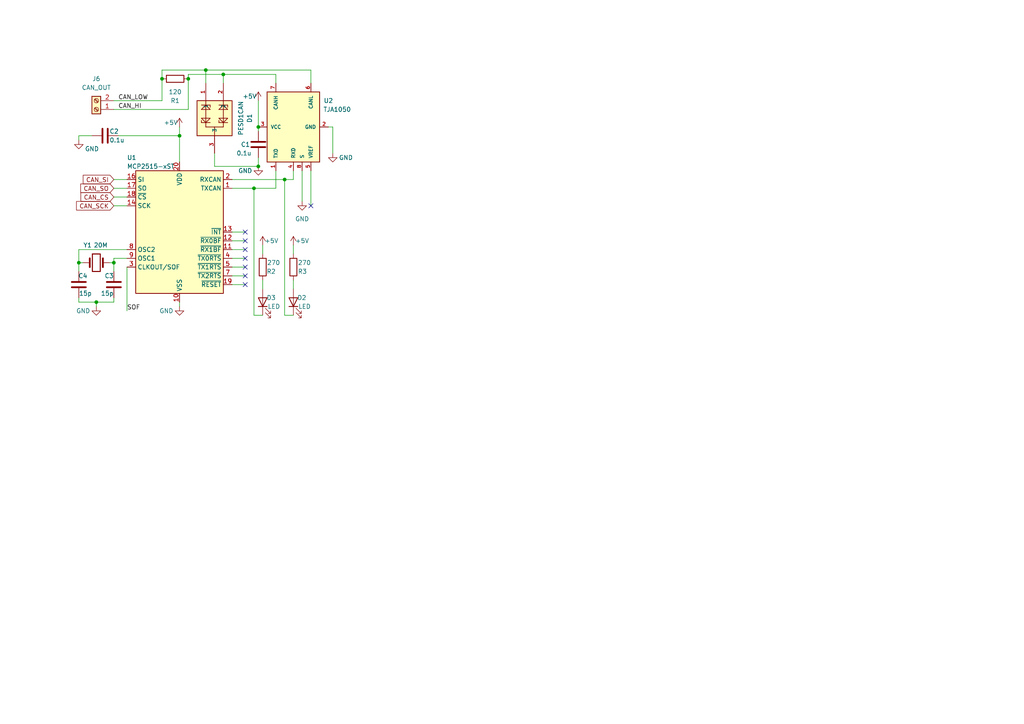
<source format=kicad_sch>
(kicad_sch (version 20230121) (generator eeschema)
  (paper "A4")
  (lib_symbols
    (symbol "Connector:Screw_Terminal_01x02" (pin_names (offset 1.016) hide)
      (property "Reference" "J" (at 0 2.54 0))
      (property "Value" "Screw_Terminal_01x02" (at 0 -5.08 0))
      (symbol "Screw_Terminal_01x02_1_1"
        (rectangle (start -1.27 1.27) (end 1.27 -3.81) (stroke (width 0.254)) (fill (type background)))
        (circle (center 0 -2.54) (radius 0.635) (stroke (width 0.1524)))
        (polyline (pts (xy -0.5334 -2.2098) (xy 0.3302 -3.048)) (stroke (width 0.1524)))
        (polyline (pts (xy -0.5334 0.3302) (xy 0.3302 -0.508)) (stroke (width 0.1524)))
        (polyline (pts (xy -0.3556 -2.032) (xy 0.508 -2.8702)) (stroke (width 0.1524)))
        (polyline (pts (xy -0.3556 0.508) (xy 0.508 -0.3302)) (stroke (width 0.1524)))
        (circle (center 0 0) (radius 0.635) (stroke (width 0.1524)))
        (pin passive line (at -5.08 0 0) (length 3.81) (name "Pin_1") (number "1"))
        (pin passive line (at -5.08 -2.54 0) (length 3.81) (name "Pin_2") (number "2"))
      )
    )
    (symbol "Device:C" (pin_numbers hide) (pin_names (offset 0.254))
      (property "Reference" "C" (at 0.635 2.54 0))
      (property "Value" "C" (at 0.635 -2.54 0))
      (symbol "C_0_1"
        (polyline (pts (xy -2.032 -0.762) (xy 2.032 -0.762)) (stroke (width 0.508)))
        (polyline (pts (xy -2.032 0.762) (xy 2.032 0.762)) (stroke (width 0.508)))
      )
      (symbol "C_1_1"
        (pin passive line (at 0 3.81 270) (length 2.794) (name "~") (number "1"))
        (pin passive line (at 0 -3.81 90) (length 2.794) (name "~") (number "2"))
      )
    )
    (symbol "Device:Crystal" (pin_numbers hide) (pin_names (offset 1.016) hide)
      (property "Reference" "Y" (at 0 3.81 0))
      (property "Value" "Crystal" (at 0 -3.81 0))
      (symbol "Crystal_0_1"
        (rectangle (start -1.143 2.54) (end 1.143 -2.54) (stroke (width 0.3048)))
        (polyline (pts (xy -2.54 0) (xy -1.905 0)))
        (polyline (pts (xy -1.905 -1.27) (xy -1.905 1.27)) (stroke (width 0.508)))
        (polyline (pts (xy 1.905 -1.27) (xy 1.905 1.27)) (stroke (width 0.508)))
        (polyline (pts (xy 2.54 0) (xy 1.905 0)))
      )
      (symbol "Crystal_1_1"
        (pin passive line (at -3.81 0 0) (length 1.27) (name "1") (number "1"))
        (pin passive line (at 3.81 0 180) (length 1.27) (name "2") (number "2"))
      )
    )
    (symbol "Device:LED" (pin_numbers hide) (pin_names (offset 1.016) hide)
      (property "Reference" "D" (at 0 2.54 0))
      (property "Value" "LED" (at 0 -2.54 0))
      (symbol "LED_0_1"
        (polyline (pts (xy -1.27 -1.27) (xy -1.27 1.27)) (stroke (width 0.254)))
        (polyline (pts (xy -1.27 0) (xy 1.27 0)))
        (polyline (pts (xy 1.27 -1.27) (xy 1.27 1.27) (xy -1.27 0) (xy 1.27 -1.27)) (stroke (width 0.254)))
        (polyline (pts (xy -3.048 -0.762) (xy -4.572 -2.286) (xy -3.81 -2.286) (xy -4.572 -2.286) (xy -4.572 -1.524)))
        (polyline (pts (xy -1.778 -0.762) (xy -3.302 -2.286) (xy -2.54 -2.286) (xy -3.302 -2.286) (xy -3.302 -1.524)))
      )
      (symbol "LED_1_1"
        (pin passive line (at -3.81 0 0) (length 2.54) (name "K") (number "1"))
        (pin passive line (at 3.81 0 180) (length 2.54) (name "A") (number "2"))
      )
    )
    (symbol "Device:R" (pin_numbers hide) (pin_names (offset 0))
      (property "Reference" "R" (at 2.032 0 90))
      (property "Value" "R" (at 0 0 90))
      (symbol "R_0_1"
        (rectangle (start -1.016 -2.54) (end 1.016 2.54) (stroke (width 0.254)))
      )
      (symbol "R_1_1"
        (pin passive line (at 0 3.81 270) (length 1.27) (name "~") (number "1"))
        (pin passive line (at 0 -3.81 90) (length 1.27) (name "~") (number "2"))
      )
    )
    (symbol "Interface_CAN_LIN:MCP2515-xST"
      (property "Reference" "U" (at -10.16 19.685 0))
      (property "Value" "MCP2515-xST" (at 19.05 20.32 0))
      (symbol "MCP2515-xST_0_1"
        (rectangle (start -12.7 17.78) (end 12.7 -17.78) (stroke (width 0.254)) (fill (type background)))
      )
      (symbol "MCP2515-xST_1_1"
        (pin output line (at 15.24 12.7 180) (length 2.54) (name "TXCAN") (number "1"))
        (pin power_in line (at 0 -20.32 90) (length 2.54) (name "VSS") (number "10"))
        (pin output line (at 15.24 -5.08 180) (length 2.54) (name "~{RX1BF}") (number "11"))
        (pin output line (at 15.24 -2.54 180) (length 2.54) (name "~{RX0BF}") (number "12"))
        (pin output line (at 15.24 0 180) (length 2.54) (name "~{INT}") (number "13"))
        (pin input line (at -15.24 7.62 0) (length 2.54) (name "SCK") (number "14"))
        (pin no_connect line (at -12.7 -2.54 0) (length 2.54) hide (name "NC") (number "15"))
        (pin input line (at -15.24 15.24 0) (length 2.54) (name "SI") (number "16"))
        (pin output line (at -15.24 12.7 0) (length 2.54) (name "SO") (number "17"))
        (pin input line (at -15.24 10.16 0) (length 2.54) (name "~{CS}") (number "18"))
        (pin input line (at 15.24 -15.24 180) (length 2.54) (name "~{RESET}") (number "19"))
        (pin input line (at 15.24 15.24 180) (length 2.54) (name "RXCAN") (number "2"))
        (pin power_in line (at 0 20.32 270) (length 2.54) (name "VDD") (number "20"))
        (pin output line (at -15.24 -10.16 0) (length 2.54) (name "CLKOUT/SOF") (number "3"))
        (pin input line (at 15.24 -7.62 180) (length 2.54) (name "~{TX0RTS}") (number "4"))
        (pin input line (at 15.24 -10.16 180) (length 2.54) (name "~{TX1RTS}") (number "5"))
        (pin no_connect line (at -12.7 0 0) (length 2.54) hide (name "NC") (number "6"))
        (pin input line (at 15.24 -12.7 180) (length 2.54) (name "~{TX2RTS}") (number "7"))
        (pin output line (at -15.24 -5.08 0) (length 2.54) (name "OSC2") (number "8"))
        (pin input line (at -15.24 -7.62 0) (length 2.54) (name "OSC1") (number "9"))
      )
    )
    (symbol "PESD1CAN:PESD1CAN" (pin_names (offset 1.016))
      (property "Reference" "D" (at 0 11.4366 0))
      (property "Value" "PESD1CAN" (at 0 -2.542 0))
      (symbol "PESD1CAN_0_0"
        (polyline (pts (xy 0 2.54) (xy 1.27 2.54)) (stroke (width 0.2032)))
        (polyline (pts (xy 0 7.62) (xy 1.27 7.62)) (stroke (width 0.2032)))
        (polyline (pts (xy 1.27 1.27) (xy 1.905 1.27)) (stroke (width 0.2032)))
        (polyline (pts (xy 1.27 2.54) (xy 1.27 1.27)) (stroke (width 0.2032)))
        (polyline (pts (xy 1.27 2.54) (xy 2.54 3.81)) (stroke (width 0.2032)))
        (polyline (pts (xy 1.27 2.54) (xy 6.35 2.54)) (stroke (width 0.2032)))
        (polyline (pts (xy 1.27 3.81) (xy 1.27 2.54)) (stroke (width 0.2032)))
        (polyline (pts (xy 1.27 6.35) (xy 1.905 6.35)) (stroke (width 0.2032)))
        (polyline (pts (xy 1.27 7.62) (xy 1.27 6.35)) (stroke (width 0.2032)))
        (polyline (pts (xy 1.27 7.62) (xy 2.54 8.89)) (stroke (width 0.2032)))
        (polyline (pts (xy 1.27 7.62) (xy 6.35 7.62)) (stroke (width 0.2032)))
        (polyline (pts (xy 1.27 8.89) (xy 1.27 7.62)) (stroke (width 0.2032)))
        (polyline (pts (xy 2.54 1.27) (xy 1.27 2.54)) (stroke (width 0.2032)))
        (polyline (pts (xy 2.54 3.81) (xy 2.54 1.27)) (stroke (width 0.2032)))
        (polyline (pts (xy 2.54 6.35) (xy 1.27 7.62)) (stroke (width 0.2032)))
        (polyline (pts (xy 2.54 8.89) (xy 2.54 6.35)) (stroke (width 0.2032)))
        (polyline (pts (xy 5.08 1.27) (xy 6.35 2.54)) (stroke (width 0.2032)))
        (polyline (pts (xy 5.08 3.81) (xy 5.08 1.27)) (stroke (width 0.2032)))
        (polyline (pts (xy 5.08 6.35) (xy 6.35 7.62)) (stroke (width 0.2032)))
        (polyline (pts (xy 5.08 8.89) (xy 5.08 6.35)) (stroke (width 0.2032)))
        (polyline (pts (xy 6.35 1.27) (xy 6.35 2.54)) (stroke (width 0.2032)))
        (polyline (pts (xy 6.35 2.54) (xy 5.08 3.81)) (stroke (width 0.2032)))
        (polyline (pts (xy 6.35 2.54) (xy 6.35 3.81)) (stroke (width 0.2032)))
        (polyline (pts (xy 6.35 2.54) (xy 7.62 2.54)) (stroke (width 0.2032)))
        (polyline (pts (xy 6.35 3.81) (xy 5.715 3.81)) (stroke (width 0.2032)))
        (polyline (pts (xy 6.35 6.35) (xy 6.35 7.62)) (stroke (width 0.2032)))
        (polyline (pts (xy 6.35 7.62) (xy 5.08 8.89)) (stroke (width 0.2032)))
        (polyline (pts (xy 6.35 7.62) (xy 6.35 8.89)) (stroke (width 0.2032)))
        (polyline (pts (xy 6.35 7.62) (xy 7.62 7.62)) (stroke (width 0.2032)))
        (polyline (pts (xy 6.35 8.89) (xy 5.715 8.89)) (stroke (width 0.2032)))
        (polyline (pts (xy 7.62 5.08) (xy 7.62 2.54)) (stroke (width 0.2032)))
        (polyline (pts (xy 7.62 5.08) (xy 10.16 5.08)) (stroke (width 0.2032)))
        (polyline (pts (xy 7.62 7.62) (xy 7.62 5.08)) (stroke (width 0.2032)))
        (rectangle (start 0 0) (end 10.16 10.16) (stroke (width 0.254)) (fill (type background)))
        (pin bidirectional line (at -5.08 7.62 0) (length 5.08) (name "1") (number "1"))
        (pin bidirectional line (at -5.08 2.54 0) (length 5.08) (name "2") (number "2"))
        (pin bidirectional line (at 15.24 5.08 180) (length 5.08) (name "3") (number "3"))
      )
    )
    (symbol "TJA1050:TJA1050" (pin_names (offset 1.016))
      (property "Reference" "U" (at -10.16 10.16 0))
      (property "Value" "TJA1050" (at -10.16 -10.16 0))
      (symbol "TJA1050_0_0"
        (rectangle (start -10.16 -7.62) (end 10.16 7.62) (stroke (width 0.254)) (fill (type background)))
        (pin output line (at -12.7 5.08 0) (length 2.54) (name "TXD") (number "1"))
        (pin bidirectional line (at 0 -10.16 90) (length 2.54) (name "GND") (number "2"))
        (pin bidirectional line (at 0 10.16 270) (length 2.54) (name "VCC") (number "3"))
        (pin bidirectional line (at -12.7 0 0) (length 2.54) (name "RXD") (number "4"))
        (pin passive line (at -12.7 -5.08 0) (length 2.54) (name "VREF") (number "5"))
        (pin bidirectional line (at 12.7 -5.08 180) (length 2.54) (name "CANL") (number "6"))
        (pin bidirectional line (at 12.7 5.08 180) (length 2.54) (name "CANH") (number "7"))
        (pin power_in line (at -12.7 -2.54 0) (length 2.54) (name "S") (number "8"))
      )
    )
    (symbol "power:+5V" (power) (pin_names (offset 0))
      (property "Value" "+5V" (at 0 3.556 0))
      (symbol "+5V_0_1"
        (polyline (pts (xy -0.762 1.27) (xy 0 2.54)))
        (polyline (pts (xy 0 0) (xy 0 2.54)))
        (polyline (pts (xy 0 2.54) (xy 0.762 1.27)))
      )
      (symbol "+5V_1_1"
        (pin power_in line (at 0 0 90) (length 0) hide (name "+5V") (number "1"))
      )
    )
    (symbol "power:GND" (power) (pin_names (offset 0))
      (property "Value" "GND" (at 0 -3.81 0))
      (symbol "GND_0_1"
        (polyline (pts (xy 0 0) (xy 0 -1.27) (xy 1.27 -1.27) (xy 0 -2.54) (xy -1.27 -1.27) (xy 0 -1.27)))
      )
      (symbol "GND_1_1"
        (pin power_in line (at 0 0 270) (length 0) hide (name "GND") (number "1"))
      )
    )
  )
  (junction (at 27.94 87.63))
  (junction (at 82.55 52.07))
  (junction (at 22.86 76.2))
  (junction (at 64.77 21.59))
  (junction (at 59.69 20.32))
  (junction (at 73.66 54.61))
  (junction (at 74.93 36.83))
  (junction (at 52.07 39.37))
  (junction (at 33.02 76.2))
  (junction (at 54.61 22.86))
  (junction (at 74.93 48.26))
  (junction (at 46.99 22.86))
  (no_connect (at 71.12 74.93))
  (no_connect (at 71.12 69.85))
  (no_connect (at 71.12 67.31))
  (no_connect (at 71.12 80.01))
  (no_connect (at 71.12 72.39))
  (no_connect (at 90.17 59.69))
  (no_connect (at 71.12 77.47))
  (no_connect (at 71.12 82.55))
  (wire (pts (xy 54.61 31.75) (xy 33.02 31.75)))
  (wire (pts (xy 85.09 71.12) (xy 85.09 73.66)))
  (wire (pts (xy 67.31 74.93) (xy 71.12 74.93)))
  (wire (pts (xy 85.09 81.28) (xy 85.09 83.82)))
  (wire (pts (xy 74.93 36.83) (xy 74.93 38.1)))
  (wire (pts (xy 85.09 52.07) (xy 85.09 49.53)))
  (wire (pts (xy 33.02 87.63) (xy 33.02 86.36)))
  (wire (pts (xy 67.31 67.31) (xy 71.12 67.31)))
  (wire (pts (xy 34.29 39.37) (xy 52.07 39.37)))
  (wire (pts (xy 54.61 22.86) (xy 54.61 31.75)))
  (wire (pts (xy 62.23 48.26) (xy 74.93 48.26)))
  (wire (pts (xy 67.31 72.39) (xy 71.12 72.39)))
  (wire (pts (xy 22.86 76.2) (xy 22.86 78.74)))
  (wire (pts (xy 96.52 36.83) (xy 96.52 44.45)))
  (wire (pts (xy 27.94 87.63) (xy 33.02 87.63)))
  (wire (pts (xy 73.66 91.44) (xy 73.66 54.61)))
  (wire (pts (xy 22.86 87.63) (xy 27.94 87.63)))
  (wire (pts (xy 22.86 39.37) (xy 22.86 40.64)))
  (wire (pts (xy 67.31 54.61) (xy 73.66 54.61)))
  (wire (pts (xy 67.31 82.55) (xy 71.12 82.55)))
  (wire (pts (xy 62.23 48.26) (xy 62.23 44.45)))
  (wire (pts (xy 67.31 52.07) (xy 82.55 52.07)))
  (wire (pts (xy 76.2 91.44) (xy 73.66 91.44)))
  (wire (pts (xy 90.17 24.13) (xy 90.17 20.32)))
  (wire (pts (xy 33.02 52.07) (xy 36.83 52.07)))
  (wire (pts (xy 67.31 77.47) (xy 71.12 77.47)))
  (wire (pts (xy 46.99 20.32) (xy 46.99 22.86)))
  (wire (pts (xy 64.77 21.59) (xy 64.77 24.13)))
  (wire (pts (xy 46.99 20.32) (xy 59.69 20.32)))
  (wire (pts (xy 33.02 76.2) (xy 33.02 78.74)))
  (wire (pts (xy 82.55 52.07) (xy 85.09 52.07)))
  (wire (pts (xy 54.61 21.59) (xy 54.61 22.86)))
  (wire (pts (xy 33.02 54.61) (xy 36.83 54.61)))
  (wire (pts (xy 46.99 22.86) (xy 46.99 29.21)))
  (wire (pts (xy 24.13 76.2) (xy 22.86 76.2)))
  (wire (pts (xy 22.86 86.36) (xy 22.86 87.63)))
  (wire (pts (xy 90.17 49.53) (xy 90.17 59.69)))
  (wire (pts (xy 67.31 80.01) (xy 71.12 80.01)))
  (wire (pts (xy 80.01 54.61) (xy 80.01 49.53)))
  (wire (pts (xy 31.75 76.2) (xy 33.02 76.2)))
  (wire (pts (xy 95.25 36.83) (xy 96.52 36.83)))
  (wire (pts (xy 52.07 39.37) (xy 52.07 46.99)))
  (wire (pts (xy 36.83 72.39) (xy 22.86 72.39)))
  (wire (pts (xy 22.86 72.39) (xy 22.86 76.2)))
  (wire (pts (xy 54.61 21.59) (xy 64.77 21.59)))
  (wire (pts (xy 80.01 24.13) (xy 80.01 21.59)))
  (wire (pts (xy 85.09 91.44) (xy 82.55 91.44)))
  (wire (pts (xy 27.94 87.63) (xy 27.94 88.9)))
  (wire (pts (xy 59.69 20.32) (xy 90.17 20.32)))
  (wire (pts (xy 22.86 39.37) (xy 26.67 39.37)))
  (wire (pts (xy 33.02 76.2) (xy 33.02 74.93)))
  (wire (pts (xy 33.02 57.15) (xy 36.83 57.15)))
  (wire (pts (xy 64.77 21.59) (xy 80.01 21.59)))
  (wire (pts (xy 73.66 54.61) (xy 80.01 54.61)))
  (wire (pts (xy 76.2 81.28) (xy 76.2 83.82)))
  (wire (pts (xy 36.83 77.47) (xy 36.83 90.17)))
  (wire (pts (xy 52.07 87.63) (xy 52.07 88.9)))
  (wire (pts (xy 74.93 45.72) (xy 74.93 48.26)))
  (wire (pts (xy 74.93 29.21) (xy 74.93 36.83)))
  (wire (pts (xy 82.55 52.07) (xy 82.55 91.44)))
  (wire (pts (xy 33.02 59.69) (xy 36.83 59.69)))
  (wire (pts (xy 87.63 49.53) (xy 87.63 58.42)))
  (wire (pts (xy 76.2 71.12) (xy 76.2 73.66)))
  (wire (pts (xy 52.07 36.83) (xy 52.07 39.37)))
  (wire (pts (xy 36.83 74.93) (xy 33.02 74.93)))
  (wire (pts (xy 59.69 20.32) (xy 59.69 24.13)))
  (wire (pts (xy 67.31 69.85) (xy 71.12 69.85)))
  (wire (pts (xy 33.02 29.21) (xy 46.99 29.21)))
  (label "CAN_HI" (at 34.29 31.75 0))
  (label "SOF" (at 36.83 90.17 0))
  (label "CAN_LOW" (at 34.29 29.21 0))
  (global_label "CAN_SI" (shape input) (at 33.02 52.07 180) (property "Intersheetrefs" "${INTERSHEET_REFS}" (effects hide)))
  (global_label "CAN_SCK" (shape input) (at 33.02 59.69 180) (property "Intersheetrefs" "${INTERSHEET_REFS}" (effects hide)))
  (global_label "CAN_CS" (shape input) (at 33.02 57.15 180) (property "Intersheetrefs" "${INTERSHEET_REFS}" (effects hide)))
  (global_label "CAN_SO" (shape input) (at 33.02 54.61 180) (property "Intersheetrefs" "${INTERSHEET_REFS}" (effects hide)))
  (symbol (lib_id "power:+5V") (at 52.07 36.83 0) (unit 1)
    (property "Reference" "#PWR05" (effects hide))
    (property "Value" "+5V" (at 49.53 35.56 0))
    (instances (project "motor_board_pcb" (path "" (reference "#PWR05") (unit 1)) (path "" (reference "#PWR03") (unit 1))))
  )
  (symbol (lib_id "Device:C") (at 30.48 39.37 270) (unit 1)
    (property "Reference" "C2" (at 31.75 38.1 90) (effects (justify left)))
    (property "Value" "0.1u" (at 31.75 40.64 90) (effects (justify left)))
    (property "Footprint" "Capacitor_SMD:C_0603_1608Metric" (effects hide))
  )
  (symbol (lib_id "power:GND") (at 87.63 58.42 0) (unit 1)
    (property "Reference" "#PWR01" (effects hide))
    (property "Value" "GND" (at 87.63 63.5 0))
    (instances (project "motor_board_pcb" (path "" (reference "#PWR01") (unit 1)) (path "" (reference "#PWR09") (unit 1))))
  )
  (symbol (lib_id "Device:C") (at 74.93 41.91 0) (unit 1)
    (property "Reference" "C1" (at 69.85 41.91 0) (effects (justify left)))
    (property "Value" "0.1u" (at 68.58 44.45 0) (effects (justify left)))
    (property "Footprint" "Capacitor_SMD:C_0603_1608Metric" (effects hide))
    (instances (project "motor_board_pcb" (path "" (reference "C1") (unit 1)) (path "" (reference "C4") (unit 1))))
  )
  (symbol (lib_id "Device:LED") (at 76.2 87.63 90) (unit 1)
    (property "Reference" "D3" (at 80.01 86.36 90) (effects (justify left)))
    (property "Value" "LED" (at 81.28 88.9 90) (effects (justify left)))
    (property "Footprint" "LED_SMD:LED_1206_3216Metric" (effects hide))
    (instances (project "motor_board_pcb" (path "" (reference "D3") (unit 1)) (path "" (reference "D2") (unit 1))))
  )
  (symbol (lib_id "Device:Crystal") (at 27.94 76.2 0) (mirror y) (unit 1)
    (property "Reference" "Y1" (at 25.4 71.12 0))
    (property "Value" "20M" (at 29.21 71.12 0))
    (property "Footprint" "Crystal:Crystal_HC49-U_Vertical" (effects hide))
  )
  (symbol (lib_id "power:GND") (at 22.86 40.64 0) (unit 1)
    (property "Reference" "#PWR06" (effects hide))
    (property "Value" "GND" (at 26.67 43.18 0))
    (instances (project "motor_board_pcb" (path "" (reference "#PWR06") (unit 1)) (path "" (reference "#PWR01") (unit 1))))
  )
  (symbol (lib_id "power:GND") (at 74.93 48.26 0) (unit 1)
    (property "Reference" "#PWR02" (effects hide))
    (property "Value" "GND" (at 71.12 49.53 0))
    (instances (project "motor_board_pcb" (path "" (reference "#PWR02") (unit 1)) (path "" (reference "#PWR06") (unit 1))))
  )
  (symbol (lib_id "Device:C") (at 33.02 82.55 180) (unit 1)
    (property "Reference" "C3" (at 33.02 80.01 0) (effects (justify left)))
    (property "Value" "15p" (at 33.02 85.09 0) (effects (justify left)))
    (property "Footprint" "Capacitor_SMD:C_0603_1608Metric" (effects hide))
  )
  (symbol (lib_id "Device:LED") (at 85.09 87.63 90) (unit 1)
    (property "Reference" "D2" (at 88.9 86.36 90) (effects (justify left)))
    (property "Value" "LED" (at 90.17 88.9 90) (effects (justify left)))
    (property "Footprint" "LED_SMD:LED_1206_3216Metric" (effects hide))
    (instances (project "motor_board_pcb" (path "" (reference "D2") (unit 1)) (path "" (reference "D3") (unit 1))))
  )
  (symbol (lib_id "power:+5V") (at 74.93 29.21 0) (unit 1)
    (property "Reference" "#PWR03" (effects hide))
    (property "Value" "+5V" (at 72.39 27.94 0))
    (instances (project "motor_board_pcb" (path "" (reference "#PWR03") (unit 1)) (path "" (reference "#PWR05") (unit 1))))
  )
  (symbol (lib_id "Device:R") (at 76.2 77.47 0) (unit 1)
    (property "Reference" "R2" (at 80.01 78.74 0) (effects (justify right)))
    (property "Value" "270" (at 81.28 76.2 0) (effects (justify right)))
    (property "Footprint" "Resistor_SMD:R_0603_1608Metric_Pad0.98x0.95mm_HandSolder" (effects hide))
  )
  (symbol (lib_id "power:GND") (at 27.94 88.9 0) (unit 1)
    (property "Reference" "#PWR08" (effects hide))
    (property "Value" "GND" (at 24.13 90.17 0))
    (instances (project "motor_board_pcb" (path "" (reference "#PWR08") (unit 1)) (path "" (reference "#PWR02") (unit 1))))
  )
  (symbol (lib_id "power:GND") (at 52.07 88.9 0) (unit 1)
    (property "Reference" "#PWR07" (effects hide))
    (property "Value" "GND" (at 48.26 90.17 0))
    (instances (project "motor_board_pcb" (path "" (reference "#PWR07") (unit 1)) (path "" (reference "#PWR04") (unit 1))))
  )
  (symbol (lib_id "power:+5V") (at 76.2 71.12 0) (unit 1)
    (property "Reference" "#PWR09" (effects hide))
    (property "Value" "+5V" (at 78.74 69.85 0))
    (instances (project "motor_board_pcb" (path "" (reference "#PWR09") (unit 1)) (path "" (reference "#PWR07") (unit 1))))
  )
  (symbol (lib_id "Device:R") (at 85.09 77.47 0) (mirror y) (unit 1)
    (property "Reference" "R3" (at 86.36 78.74 0) (effects (justify right)))
    (property "Value" "270" (at 86.36 76.2 0) (effects (justify right)))
    (property "Footprint" "Resistor_SMD:R_0603_1608Metric_Pad0.98x0.95mm_HandSolder" (effects hide))
  )
  (symbol (lib_id "Device:C") (at 22.86 82.55 180) (unit 1)
    (property "Reference" "C4" (at 25.4 80.01 0) (effects (justify left)))
    (property "Value" "15p" (at 26.67 85.09 0) (effects (justify left)))
    (property "Footprint" "Capacitor_SMD:C_0603_1608Metric" (effects hide))
    (instances (project "motor_board_pcb" (path "" (reference "C4") (unit 1)) (path "" (reference "C1") (unit 1))))
  )
  (symbol (lib_id "Connector:Screw_Terminal_01x02") (at 27.94 31.75 180) (unit 1)
    (property "Reference" "J6" (at 27.94 22.86 0))
    (property "Value" "CAN_OUT" (at 27.94 25.4 0))
  )
  (symbol (lib_id "Device:R") (at 50.8 22.86 90) (mirror x) (unit 1)
    (property "Reference" "R1" (at 50.8 29.21 90))
    (property "Value" "120" (at 50.8 26.67 90))
    (property "Footprint" "Resistor_SMD:R_0603_1608Metric_Pad0.98x0.95mm_HandSolder" (effects hide))
  )
  (symbol (lib_id "TJA1050:TJA1050") (at 85.09 36.83 90) (unit 1)
    (property "Reference" "U2" (at 95.25 29.21 90))
    (property "Value" "TJA1050" (at 97.79 31.75 90))
    (property "Footprint" "TJA1050:SOT96-1" (effects hide))
    (property "MF" "NXP Semiconductors" (effects hide))
    (property "Description" "\nCAN 1MBd Silent 5V Automotive 8-Pin SO T/R\n" (effects hide))
    (property "Package" "None" (effects hide))
    (property "Price" "None" (effects hide))
    (property "SnapEDA_Link" "https://www.snapeda.com/parts/TJA1050/NXP+Semiconductors/view-part/?ref=snap" (effects hide))
    (property "MP" "TJA1050" (effects hide))
    (property "Availability" "Not in stock" (effects hide))
    (property "Check_prices" "https://www.snapeda.com/parts/TJA1050/NXP+Semiconductors/view-part/?ref=eda" (effects hide))
  )
  (symbol (lib_id "Interface_CAN_LIN:MCP2515-xST") (at 52.07 67.31 0) (unit 1)
    (property "Reference" "U1" (at 36.83 45.72 0) (effects (justify left)))
    (property "Value" "MCP2515-xST" (at 36.83 48.26 0) (effects (justify left)))
    (property "Footprint" "Package_SO:TSSOP-20_4.4x6.5mm_P0.65mm" (effects hide))
    (property "Datasheet" "http://ww1.microchip.com/downloads/en/DeviceDoc/21801e.pdf" (effects hide))
  )
  (symbol (lib_id "power:+5V") (at 85.09 71.12 0) (mirror y) (unit 1)
    (property "Reference" "#PWR010" (effects hide))
    (property "Value" "+5V" (at 87.63 69.85 0))
    (instances (project "motor_board_pcb" (path "" (reference "#PWR010") (unit 1)) (path "" (reference "#PWR08") (unit 1))))
  )
  (symbol (lib_id "PESD1CAN:PESD1CAN") (at 67.31 29.21 90) (mirror x) (unit 1)
    (property "Reference" "D1" (at 72.39 34.29 0))
    (property "Value" "PESD1CAN" (at 69.85 34.29 0))
    (property "Footprint" "PESD1CAN:SOT23-3" (effects hide))
    (property "SnapEDA_Link" "https://www.snapeda.com/parts/PESD1CAN/Nexperia/view-part/?ref=snap" (effects hide))
    (property "Description" "\n50V Clamp 3A (8/20µs) Ipp Tvs Diode Surface Mount SOT-323\n" (effects hide))
    (property "Package" "SOT-23-3 NXP Semiconductors" (effects hide))
    (property "PROD_ID" "DIO-12501" (effects hide))
    (property "MF" "Nexperia USA" (effects hide))
    (property "MP" "PESD1CAN" (effects hide))
    (property "Check_prices" "https://www.snapeda.com/parts/PESD1CAN/Nexperia/view-part/?ref=eda" (effects hide))
  )
  (symbol (lib_id "power:GND") (at 96.52 44.45 0) (unit 1)
    (property "Reference" "#PWR04" (effects hide))
    (property "Value" "GND" (at 100.33 45.72 0))
    (instances (project "motor_board_pcb" (path "" (reference "#PWR04") (unit 1)) (path "" (reference "#PWR010") (unit 1))))
  )
)
</source>
